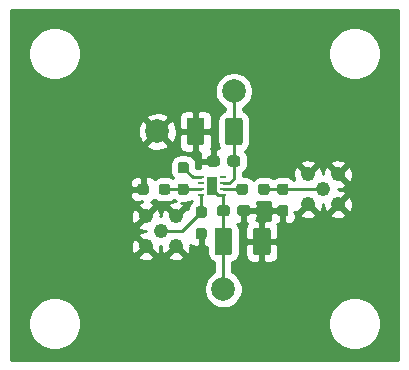
<source format=gbr>
G04 #@! TF.GenerationSoftware,KiCad,Pcbnew,(5.1.9-0-10_14)*
G04 #@! TF.CreationDate,2021-04-04T17:46:36+02:00*
G04 #@! TF.ProjectId,wson8,77736f6e-382e-46b6-9963-61645f706362,rev?*
G04 #@! TF.SameCoordinates,Original*
G04 #@! TF.FileFunction,Copper,L1,Top*
G04 #@! TF.FilePolarity,Positive*
%FSLAX46Y46*%
G04 Gerber Fmt 4.6, Leading zero omitted, Abs format (unit mm)*
G04 Created by KiCad (PCBNEW (5.1.9-0-10_14)) date 2021-04-04 17:46:36*
%MOMM*%
%LPD*%
G01*
G04 APERTURE LIST*
G04 #@! TA.AperFunction,ComponentPad*
%ADD10C,1.240000*%
G04 #@! TD*
G04 #@! TA.AperFunction,ComponentPad*
%ADD11C,2.000000*%
G04 #@! TD*
G04 #@! TA.AperFunction,SMDPad,CuDef*
%ADD12R,0.500000X0.250000*%
G04 #@! TD*
G04 #@! TA.AperFunction,SMDPad,CuDef*
%ADD13R,0.900000X1.600000*%
G04 #@! TD*
G04 #@! TA.AperFunction,Conductor*
%ADD14C,0.250000*%
G04 #@! TD*
G04 #@! TA.AperFunction,Conductor*
%ADD15C,0.254000*%
G04 #@! TD*
G04 #@! TA.AperFunction,Conductor*
%ADD16C,0.100000*%
G04 #@! TD*
G04 APERTURE END LIST*
G04 #@! TA.AperFunction,SMDPad,CuDef*
G36*
G01*
X114316500Y-106798300D02*
X114791500Y-106798300D01*
G75*
G02*
X115029000Y-107035800I0J-237500D01*
G01*
X115029000Y-107535800D01*
G75*
G02*
X114791500Y-107773300I-237500J0D01*
G01*
X114316500Y-107773300D01*
G75*
G02*
X114079000Y-107535800I0J237500D01*
G01*
X114079000Y-107035800D01*
G75*
G02*
X114316500Y-106798300I237500J0D01*
G01*
G37*
G04 #@! TD.AperFunction*
G04 #@! TA.AperFunction,SMDPad,CuDef*
G36*
G01*
X114316500Y-104973300D02*
X114791500Y-104973300D01*
G75*
G02*
X115029000Y-105210800I0J-237500D01*
G01*
X115029000Y-105710800D01*
G75*
G02*
X114791500Y-105948300I-237500J0D01*
G01*
X114316500Y-105948300D01*
G75*
G02*
X114079000Y-105710800I0J237500D01*
G01*
X114079000Y-105210800D01*
G75*
G02*
X114316500Y-104973300I237500J0D01*
G01*
G37*
G04 #@! TD.AperFunction*
G04 #@! TA.AperFunction,SMDPad,CuDef*
G36*
G01*
X111612500Y-105223300D02*
X111612500Y-105698300D01*
G75*
G02*
X111375000Y-105935800I-237500J0D01*
G01*
X110875000Y-105935800D01*
G75*
G02*
X110637500Y-105698300I0J237500D01*
G01*
X110637500Y-105223300D01*
G75*
G02*
X110875000Y-104985800I237500J0D01*
G01*
X111375000Y-104985800D01*
G75*
G02*
X111612500Y-105223300I0J-237500D01*
G01*
G37*
G04 #@! TD.AperFunction*
G04 #@! TA.AperFunction,SMDPad,CuDef*
G36*
G01*
X113437500Y-105223300D02*
X113437500Y-105698300D01*
G75*
G02*
X113200000Y-105935800I-237500J0D01*
G01*
X112700000Y-105935800D01*
G75*
G02*
X112462500Y-105698300I0J237500D01*
G01*
X112462500Y-105223300D01*
G75*
G02*
X112700000Y-104985800I237500J0D01*
G01*
X113200000Y-104985800D01*
G75*
G02*
X113437500Y-105223300I0J-237500D01*
G01*
G37*
G04 #@! TD.AperFunction*
G04 #@! TA.AperFunction,SMDPad,CuDef*
G36*
G01*
X105883700Y-104973300D02*
X106358700Y-104973300D01*
G75*
G02*
X106596200Y-105210800I0J-237500D01*
G01*
X106596200Y-105710800D01*
G75*
G02*
X106358700Y-105948300I-237500J0D01*
G01*
X105883700Y-105948300D01*
G75*
G02*
X105646200Y-105710800I0J237500D01*
G01*
X105646200Y-105210800D01*
G75*
G02*
X105883700Y-104973300I237500J0D01*
G01*
G37*
G04 #@! TD.AperFunction*
G04 #@! TA.AperFunction,SMDPad,CuDef*
G36*
G01*
X105883700Y-103148300D02*
X106358700Y-103148300D01*
G75*
G02*
X106596200Y-103385800I0J-237500D01*
G01*
X106596200Y-103885800D01*
G75*
G02*
X106358700Y-104123300I-237500J0D01*
G01*
X105883700Y-104123300D01*
G75*
G02*
X105646200Y-103885800I0J237500D01*
G01*
X105646200Y-103385800D01*
G75*
G02*
X105883700Y-103148300I237500J0D01*
G01*
G37*
G04 #@! TD.AperFunction*
G04 #@! TA.AperFunction,SMDPad,CuDef*
G36*
G01*
X103208900Y-105223300D02*
X103208900Y-105698300D01*
G75*
G02*
X102971400Y-105935800I-237500J0D01*
G01*
X102471400Y-105935800D01*
G75*
G02*
X102233900Y-105698300I0J237500D01*
G01*
X102233900Y-105223300D01*
G75*
G02*
X102471400Y-104985800I237500J0D01*
G01*
X102971400Y-104985800D01*
G75*
G02*
X103208900Y-105223300I0J-237500D01*
G01*
G37*
G04 #@! TD.AperFunction*
G04 #@! TA.AperFunction,SMDPad,CuDef*
G36*
G01*
X105033900Y-105223300D02*
X105033900Y-105698300D01*
G75*
G02*
X104796400Y-105935800I-237500J0D01*
G01*
X104296400Y-105935800D01*
G75*
G02*
X104058900Y-105698300I0J237500D01*
G01*
X104058900Y-105223300D01*
G75*
G02*
X104296400Y-104985800I237500J0D01*
G01*
X104796400Y-104985800D01*
G75*
G02*
X105033900Y-105223300I0J-237500D01*
G01*
G37*
G04 #@! TD.AperFunction*
G04 #@! TA.AperFunction,SMDPad,CuDef*
G36*
G01*
X107407700Y-108728700D02*
X107882700Y-108728700D01*
G75*
G02*
X108120200Y-108966200I0J-237500D01*
G01*
X108120200Y-109466200D01*
G75*
G02*
X107882700Y-109703700I-237500J0D01*
G01*
X107407700Y-109703700D01*
G75*
G02*
X107170200Y-109466200I0J237500D01*
G01*
X107170200Y-108966200D01*
G75*
G02*
X107407700Y-108728700I237500J0D01*
G01*
G37*
G04 #@! TD.AperFunction*
G04 #@! TA.AperFunction,SMDPad,CuDef*
G36*
G01*
X107407700Y-106903700D02*
X107882700Y-106903700D01*
G75*
G02*
X108120200Y-107141200I0J-237500D01*
G01*
X108120200Y-107641200D01*
G75*
G02*
X107882700Y-107878700I-237500J0D01*
G01*
X107407700Y-107878700D01*
G75*
G02*
X107170200Y-107641200I0J237500D01*
G01*
X107170200Y-107141200D01*
G75*
G02*
X107407700Y-106903700I237500J0D01*
G01*
G37*
G04 #@! TD.AperFunction*
D10*
X116687600Y-106730800D03*
X119227600Y-104190800D03*
X119227600Y-106730800D03*
X116687600Y-104190800D03*
X117957600Y-105460800D03*
X102946200Y-110286800D03*
X105486200Y-107746800D03*
X105486200Y-110286800D03*
X102946200Y-107746800D03*
X104216200Y-109016800D03*
D11*
X109524800Y-113919000D03*
X103936800Y-100558600D03*
X110413800Y-97155000D03*
G04 #@! TA.AperFunction,SMDPad,CuDef*
G36*
G01*
X110276000Y-108955400D02*
X110276000Y-110805400D01*
G75*
G02*
X110026000Y-111055400I-250000J0D01*
G01*
X109026000Y-111055400D01*
G75*
G02*
X108776000Y-110805400I0J250000D01*
G01*
X108776000Y-108955400D01*
G75*
G02*
X109026000Y-108705400I250000J0D01*
G01*
X110026000Y-108705400D01*
G75*
G02*
X110276000Y-108955400I0J-250000D01*
G01*
G37*
G04 #@! TD.AperFunction*
G04 #@! TA.AperFunction,SMDPad,CuDef*
G36*
G01*
X113526000Y-108955400D02*
X113526000Y-110805400D01*
G75*
G02*
X113276000Y-111055400I-250000J0D01*
G01*
X112276000Y-111055400D01*
G75*
G02*
X112026000Y-110805400I0J250000D01*
G01*
X112026000Y-108955400D01*
G75*
G02*
X112276000Y-108705400I250000J0D01*
G01*
X113276000Y-108705400D01*
G75*
G02*
X113526000Y-108955400I0J-250000D01*
G01*
G37*
G04 #@! TD.AperFunction*
G04 #@! TA.AperFunction,SMDPad,CuDef*
G36*
G01*
X110062300Y-107026700D02*
X110062300Y-107501700D01*
G75*
G02*
X109824800Y-107739200I-237500J0D01*
G01*
X109224800Y-107739200D01*
G75*
G02*
X108987300Y-107501700I0J237500D01*
G01*
X108987300Y-107026700D01*
G75*
G02*
X109224800Y-106789200I237500J0D01*
G01*
X109824800Y-106789200D01*
G75*
G02*
X110062300Y-107026700I0J-237500D01*
G01*
G37*
G04 #@! TD.AperFunction*
G04 #@! TA.AperFunction,SMDPad,CuDef*
G36*
G01*
X111787300Y-107026700D02*
X111787300Y-107501700D01*
G75*
G02*
X111549800Y-107739200I-237500J0D01*
G01*
X110949800Y-107739200D01*
G75*
G02*
X110712300Y-107501700I0J237500D01*
G01*
X110712300Y-107026700D01*
G75*
G02*
X110949800Y-106789200I237500J0D01*
G01*
X111549800Y-106789200D01*
G75*
G02*
X111787300Y-107026700I0J-237500D01*
G01*
G37*
G04 #@! TD.AperFunction*
G04 #@! TA.AperFunction,SMDPad,CuDef*
G36*
G01*
X109224100Y-102835700D02*
X109224100Y-103310700D01*
G75*
G02*
X108986600Y-103548200I-237500J0D01*
G01*
X108386600Y-103548200D01*
G75*
G02*
X108149100Y-103310700I0J237500D01*
G01*
X108149100Y-102835700D01*
G75*
G02*
X108386600Y-102598200I237500J0D01*
G01*
X108986600Y-102598200D01*
G75*
G02*
X109224100Y-102835700I0J-237500D01*
G01*
G37*
G04 #@! TD.AperFunction*
G04 #@! TA.AperFunction,SMDPad,CuDef*
G36*
G01*
X110949100Y-102835700D02*
X110949100Y-103310700D01*
G75*
G02*
X110711600Y-103548200I-237500J0D01*
G01*
X110111600Y-103548200D01*
G75*
G02*
X109874100Y-103310700I0J237500D01*
G01*
X109874100Y-102835700D01*
G75*
G02*
X110111600Y-102598200I237500J0D01*
G01*
X110711600Y-102598200D01*
G75*
G02*
X110949100Y-102835700I0J-237500D01*
G01*
G37*
G04 #@! TD.AperFunction*
G04 #@! TA.AperFunction,SMDPad,CuDef*
G36*
G01*
X107913800Y-99633600D02*
X107913800Y-101483600D01*
G75*
G02*
X107663800Y-101733600I-250000J0D01*
G01*
X106663800Y-101733600D01*
G75*
G02*
X106413800Y-101483600I0J250000D01*
G01*
X106413800Y-99633600D01*
G75*
G02*
X106663800Y-99383600I250000J0D01*
G01*
X107663800Y-99383600D01*
G75*
G02*
X107913800Y-99633600I0J-250000D01*
G01*
G37*
G04 #@! TD.AperFunction*
G04 #@! TA.AperFunction,SMDPad,CuDef*
G36*
G01*
X111163800Y-99633600D02*
X111163800Y-101483600D01*
G75*
G02*
X110913800Y-101733600I-250000J0D01*
G01*
X109913800Y-101733600D01*
G75*
G02*
X109663800Y-101483600I0J250000D01*
G01*
X109663800Y-99633600D01*
G75*
G02*
X109913800Y-99383600I250000J0D01*
G01*
X110913800Y-99383600D01*
G75*
G02*
X111163800Y-99633600I0J-250000D01*
G01*
G37*
G04 #@! TD.AperFunction*
D12*
X109535000Y-105456800D03*
X109535000Y-105956800D03*
X107635000Y-105956800D03*
X107635000Y-104956800D03*
X107635000Y-104456800D03*
D13*
X108585000Y-105206800D03*
D12*
X109535000Y-104456800D03*
X109535000Y-104956800D03*
X107635000Y-105456800D03*
D14*
X110035000Y-104956800D02*
X110411600Y-104580200D01*
X110411600Y-104580200D02*
X110411600Y-103073200D01*
X109535000Y-104956800D02*
X110035000Y-104956800D01*
X110411600Y-100560800D02*
X110413800Y-100558600D01*
X110411600Y-103073200D02*
X110411600Y-100560800D01*
X110413800Y-100558600D02*
X110413800Y-97155000D01*
X109535000Y-107254000D02*
X109524800Y-107264200D01*
X109535000Y-105956800D02*
X109535000Y-107254000D01*
X108585000Y-105466802D02*
X108585000Y-105206800D01*
X109074998Y-105956800D02*
X108585000Y-105466802D01*
X109535000Y-105956800D02*
X109074998Y-105956800D01*
X109524800Y-109879200D02*
X109526000Y-109880400D01*
X109524800Y-107264200D02*
X109524800Y-109879200D01*
X109526000Y-113917800D02*
X109524800Y-113919000D01*
X109526000Y-109880400D02*
X109526000Y-113917800D01*
X106019600Y-109016800D02*
X107645200Y-107391200D01*
X104216200Y-109016800D02*
X106019600Y-109016800D01*
X107645200Y-105967000D02*
X107635000Y-105956800D01*
X107645200Y-107391200D02*
X107645200Y-105967000D01*
X112950000Y-105460800D02*
X114554000Y-105460800D01*
X114554000Y-105460800D02*
X117957600Y-105460800D01*
X106125200Y-105456800D02*
X106121200Y-105460800D01*
X107635000Y-105456800D02*
X106125200Y-105456800D01*
X106121200Y-105460800D02*
X104546400Y-105460800D01*
X106942200Y-104456800D02*
X106121200Y-103635800D01*
X107635000Y-104456800D02*
X106942200Y-104456800D01*
X111121000Y-105456800D02*
X111125000Y-105460800D01*
X109535000Y-105456800D02*
X111121000Y-105456800D01*
D15*
X124333000Y-119888000D02*
X91567000Y-119888000D01*
X91567000Y-116619872D01*
X93015000Y-116619872D01*
X93015000Y-117060128D01*
X93100890Y-117491925D01*
X93269369Y-117898669D01*
X93513962Y-118264729D01*
X93825271Y-118576038D01*
X94191331Y-118820631D01*
X94598075Y-118989110D01*
X95029872Y-119075000D01*
X95470128Y-119075000D01*
X95901925Y-118989110D01*
X96308669Y-118820631D01*
X96674729Y-118576038D01*
X96986038Y-118264729D01*
X97230631Y-117898669D01*
X97399110Y-117491925D01*
X97485000Y-117060128D01*
X97485000Y-116619872D01*
X118415000Y-116619872D01*
X118415000Y-117060128D01*
X118500890Y-117491925D01*
X118669369Y-117898669D01*
X118913962Y-118264729D01*
X119225271Y-118576038D01*
X119591331Y-118820631D01*
X119998075Y-118989110D01*
X120429872Y-119075000D01*
X120870128Y-119075000D01*
X121301925Y-118989110D01*
X121708669Y-118820631D01*
X122074729Y-118576038D01*
X122386038Y-118264729D01*
X122630631Y-117898669D01*
X122799110Y-117491925D01*
X122885000Y-117060128D01*
X122885000Y-116619872D01*
X122799110Y-116188075D01*
X122630631Y-115781331D01*
X122386038Y-115415271D01*
X122074729Y-115103962D01*
X121708669Y-114859369D01*
X121301925Y-114690890D01*
X120870128Y-114605000D01*
X120429872Y-114605000D01*
X119998075Y-114690890D01*
X119591331Y-114859369D01*
X119225271Y-115103962D01*
X118913962Y-115415271D01*
X118669369Y-115781331D01*
X118500890Y-116188075D01*
X118415000Y-116619872D01*
X97485000Y-116619872D01*
X97399110Y-116188075D01*
X97230631Y-115781331D01*
X96986038Y-115415271D01*
X96674729Y-115103962D01*
X96308669Y-114859369D01*
X95901925Y-114690890D01*
X95470128Y-114605000D01*
X95029872Y-114605000D01*
X94598075Y-114690890D01*
X94191331Y-114859369D01*
X93825271Y-115103962D01*
X93513962Y-115415271D01*
X93269369Y-115781331D01*
X93100890Y-116188075D01*
X93015000Y-116619872D01*
X91567000Y-116619872D01*
X91567000Y-111150872D01*
X102261733Y-111150872D01*
X102311474Y-111376491D01*
X102536258Y-111479382D01*
X102776796Y-111536442D01*
X103023845Y-111545480D01*
X103267909Y-111506147D01*
X103499610Y-111419956D01*
X103580926Y-111376491D01*
X103630667Y-111150872D01*
X104801733Y-111150872D01*
X104851474Y-111376491D01*
X105076258Y-111479382D01*
X105316796Y-111536442D01*
X105563845Y-111545480D01*
X105807909Y-111506147D01*
X106039610Y-111419956D01*
X106120926Y-111376491D01*
X106170667Y-111150872D01*
X105486200Y-110466405D01*
X104801733Y-111150872D01*
X103630667Y-111150872D01*
X102946200Y-110466405D01*
X102261733Y-111150872D01*
X91567000Y-111150872D01*
X91567000Y-110364445D01*
X101687520Y-110364445D01*
X101726853Y-110608509D01*
X101813044Y-110840210D01*
X101856509Y-110921526D01*
X102082128Y-110971267D01*
X102766595Y-110286800D01*
X102082128Y-109602333D01*
X101856509Y-109652074D01*
X101753618Y-109876858D01*
X101696558Y-110117396D01*
X101687520Y-110364445D01*
X91567000Y-110364445D01*
X91567000Y-107824445D01*
X101687520Y-107824445D01*
X101726853Y-108068509D01*
X101813044Y-108300210D01*
X101856509Y-108381526D01*
X102082128Y-108431267D01*
X102766595Y-107746800D01*
X102082128Y-107062333D01*
X101856509Y-107112074D01*
X101753618Y-107336858D01*
X101696558Y-107577396D01*
X101687520Y-107824445D01*
X91567000Y-107824445D01*
X91567000Y-105935800D01*
X101595828Y-105935800D01*
X101608088Y-106060282D01*
X101644398Y-106179980D01*
X101703363Y-106290294D01*
X101782715Y-106386985D01*
X101879406Y-106466337D01*
X101989720Y-106525302D01*
X102109418Y-106561612D01*
X102233900Y-106573872D01*
X102435650Y-106570800D01*
X102594398Y-106412052D01*
X102594398Y-106538647D01*
X102392790Y-106613644D01*
X102311474Y-106657109D01*
X102261733Y-106882728D01*
X102946200Y-107567195D01*
X103630667Y-106882728D01*
X103580926Y-106657109D01*
X103356786Y-106554513D01*
X103453080Y-106525302D01*
X103563394Y-106466337D01*
X103660085Y-106386985D01*
X103701117Y-106336988D01*
X103809958Y-106426312D01*
X103961333Y-106507223D01*
X104125584Y-106557048D01*
X104296400Y-106573872D01*
X104796400Y-106573872D01*
X104967216Y-106557048D01*
X105131467Y-106507223D01*
X105282842Y-106426312D01*
X105332434Y-106385612D01*
X105397258Y-106438812D01*
X105495455Y-106491299D01*
X105408555Y-106488120D01*
X105164491Y-106527453D01*
X104932790Y-106613644D01*
X104851474Y-106657109D01*
X104801733Y-106882728D01*
X105486200Y-107567195D01*
X106170667Y-106882728D01*
X106120926Y-106657109D01*
X105966388Y-106586372D01*
X106358700Y-106586372D01*
X106529516Y-106569548D01*
X106693767Y-106519723D01*
X106845142Y-106438812D01*
X106852556Y-106432727D01*
X106854463Y-106436294D01*
X106870014Y-106455243D01*
X106788577Y-106522077D01*
X106679688Y-106654758D01*
X106598777Y-106806133D01*
X106548952Y-106970384D01*
X106535866Y-107103250D01*
X106350272Y-107062333D01*
X105665805Y-107746800D01*
X105679948Y-107760943D01*
X105500343Y-107940548D01*
X105486200Y-107926405D01*
X105472058Y-107940548D01*
X105292453Y-107760943D01*
X105306595Y-107746800D01*
X104622128Y-107062333D01*
X104396509Y-107112074D01*
X104293618Y-107336858D01*
X104236558Y-107577396D01*
X104229812Y-107761800D01*
X104201491Y-107761800D01*
X104204880Y-107669155D01*
X104165547Y-107425091D01*
X104079356Y-107193390D01*
X104035891Y-107112074D01*
X103810272Y-107062333D01*
X103125805Y-107746800D01*
X103139948Y-107760943D01*
X102960343Y-107940548D01*
X102946200Y-107926405D01*
X102261733Y-108610872D01*
X102311474Y-108836491D01*
X102536258Y-108939382D01*
X102776796Y-108996442D01*
X102961200Y-109003188D01*
X102961200Y-109031509D01*
X102868555Y-109028120D01*
X102624491Y-109067453D01*
X102392790Y-109153644D01*
X102311474Y-109197109D01*
X102261733Y-109422728D01*
X102946200Y-110107195D01*
X102960343Y-110093053D01*
X103139948Y-110272658D01*
X103125805Y-110286800D01*
X103810272Y-110971267D01*
X104035891Y-110921526D01*
X104138782Y-110696742D01*
X104195842Y-110456204D01*
X104202588Y-110271800D01*
X104230909Y-110271800D01*
X104227520Y-110364445D01*
X104266853Y-110608509D01*
X104353044Y-110840210D01*
X104396509Y-110921526D01*
X104622128Y-110971267D01*
X105306595Y-110286800D01*
X105292453Y-110272658D01*
X105472058Y-110093053D01*
X105486200Y-110107195D01*
X105500343Y-110093053D01*
X105679948Y-110272658D01*
X105665805Y-110286800D01*
X106350272Y-110971267D01*
X106575891Y-110921526D01*
X106678782Y-110696742D01*
X106735842Y-110456204D01*
X106744880Y-110209155D01*
X106738743Y-110171075D01*
X106815706Y-110234237D01*
X106926020Y-110293202D01*
X107045718Y-110329512D01*
X107170200Y-110341772D01*
X107359450Y-110338700D01*
X107518200Y-110179950D01*
X107518200Y-109343200D01*
X107498200Y-109343200D01*
X107498200Y-109089200D01*
X107518200Y-109089200D01*
X107518200Y-109069200D01*
X107772200Y-109069200D01*
X107772200Y-109089200D01*
X107792200Y-109089200D01*
X107792200Y-109343200D01*
X107772200Y-109343200D01*
X107772200Y-110179950D01*
X107930950Y-110338700D01*
X108120200Y-110341772D01*
X108137928Y-110340026D01*
X108137928Y-110805400D01*
X108154992Y-110978654D01*
X108205528Y-111145250D01*
X108287595Y-111298786D01*
X108398038Y-111433362D01*
X108532614Y-111543805D01*
X108686150Y-111625872D01*
X108766000Y-111650094D01*
X108766001Y-112463594D01*
X108750337Y-112470082D01*
X108482548Y-112649013D01*
X108254813Y-112876748D01*
X108075882Y-113144537D01*
X107952632Y-113442088D01*
X107889800Y-113757967D01*
X107889800Y-114080033D01*
X107952632Y-114395912D01*
X108075882Y-114693463D01*
X108254813Y-114961252D01*
X108482548Y-115188987D01*
X108750337Y-115367918D01*
X109047888Y-115491168D01*
X109363767Y-115554000D01*
X109685833Y-115554000D01*
X110001712Y-115491168D01*
X110299263Y-115367918D01*
X110567052Y-115188987D01*
X110794787Y-114961252D01*
X110973718Y-114693463D01*
X111096968Y-114395912D01*
X111159800Y-114080033D01*
X111159800Y-113757967D01*
X111096968Y-113442088D01*
X110973718Y-113144537D01*
X110794787Y-112876748D01*
X110567052Y-112649013D01*
X110299263Y-112470082D01*
X110286000Y-112464588D01*
X110286000Y-111650094D01*
X110365850Y-111625872D01*
X110519386Y-111543805D01*
X110653962Y-111433362D01*
X110764405Y-111298786D01*
X110846472Y-111145250D01*
X110873727Y-111055400D01*
X111387928Y-111055400D01*
X111400188Y-111179882D01*
X111436498Y-111299580D01*
X111495463Y-111409894D01*
X111574815Y-111506585D01*
X111671506Y-111585937D01*
X111781820Y-111644902D01*
X111901518Y-111681212D01*
X112026000Y-111693472D01*
X112490250Y-111690400D01*
X112649000Y-111531650D01*
X112649000Y-110007400D01*
X112903000Y-110007400D01*
X112903000Y-111531650D01*
X113061750Y-111690400D01*
X113526000Y-111693472D01*
X113650482Y-111681212D01*
X113770180Y-111644902D01*
X113880494Y-111585937D01*
X113977185Y-111506585D01*
X114056537Y-111409894D01*
X114115502Y-111299580D01*
X114151812Y-111179882D01*
X114164072Y-111055400D01*
X114161000Y-110166150D01*
X114002250Y-110007400D01*
X112903000Y-110007400D01*
X112649000Y-110007400D01*
X111549750Y-110007400D01*
X111391000Y-110166150D01*
X111387928Y-111055400D01*
X110873727Y-111055400D01*
X110897008Y-110978654D01*
X110914072Y-110805400D01*
X110914072Y-108955400D01*
X110897008Y-108782146D01*
X110846472Y-108615550D01*
X110764405Y-108462014D01*
X110693326Y-108375403D01*
X110712300Y-108377272D01*
X110964050Y-108374200D01*
X111122800Y-108215450D01*
X111122800Y-107391200D01*
X111376800Y-107391200D01*
X111376800Y-108215450D01*
X111503033Y-108341683D01*
X111495463Y-108350906D01*
X111436498Y-108461220D01*
X111400188Y-108580918D01*
X111387928Y-108705400D01*
X111391000Y-109594650D01*
X111549750Y-109753400D01*
X112649000Y-109753400D01*
X112649000Y-108229150D01*
X112903000Y-108229150D01*
X112903000Y-109753400D01*
X114002250Y-109753400D01*
X114161000Y-109594650D01*
X114164072Y-108705400D01*
X114151812Y-108580918D01*
X114115502Y-108461220D01*
X114088772Y-108411213D01*
X114268250Y-108408300D01*
X114427000Y-108249550D01*
X114427000Y-107412800D01*
X113602750Y-107412800D01*
X113444000Y-107571550D01*
X113440928Y-107773300D01*
X113453188Y-107897782D01*
X113489498Y-108017480D01*
X113516177Y-108067393D01*
X113061750Y-108070400D01*
X112903000Y-108229150D01*
X112649000Y-108229150D01*
X112490250Y-108070400D01*
X112330852Y-108069345D01*
X112376802Y-107983380D01*
X112413112Y-107863682D01*
X112425372Y-107739200D01*
X112422300Y-107549950D01*
X112263550Y-107391200D01*
X111376800Y-107391200D01*
X111122800Y-107391200D01*
X111102800Y-107391200D01*
X111102800Y-107137200D01*
X111122800Y-107137200D01*
X111122800Y-107117200D01*
X111376800Y-107117200D01*
X111376800Y-107137200D01*
X112263550Y-107137200D01*
X112422300Y-106978450D01*
X112425372Y-106789200D01*
X112413112Y-106664718D01*
X112376802Y-106545020D01*
X112353265Y-106500986D01*
X112364933Y-106507223D01*
X112529184Y-106557048D01*
X112700000Y-106573872D01*
X113200000Y-106573872D01*
X113370816Y-106557048D01*
X113510598Y-106514646D01*
X113489498Y-106554120D01*
X113453188Y-106673818D01*
X113440928Y-106798300D01*
X113444000Y-107000050D01*
X113602750Y-107158800D01*
X114427000Y-107158800D01*
X114427000Y-107138800D01*
X114681000Y-107138800D01*
X114681000Y-107158800D01*
X114701000Y-107158800D01*
X114701000Y-107412800D01*
X114681000Y-107412800D01*
X114681000Y-108249550D01*
X114839750Y-108408300D01*
X115029000Y-108411372D01*
X115153482Y-108399112D01*
X115273180Y-108362802D01*
X115383494Y-108303837D01*
X115480185Y-108224485D01*
X115559537Y-108127794D01*
X115618502Y-108017480D01*
X115654812Y-107897782D01*
X115667072Y-107773300D01*
X115664356Y-107594872D01*
X116003133Y-107594872D01*
X116052874Y-107820491D01*
X116277658Y-107923382D01*
X116518196Y-107980442D01*
X116765245Y-107989480D01*
X117009309Y-107950147D01*
X117241010Y-107863956D01*
X117322326Y-107820491D01*
X117372067Y-107594872D01*
X118543133Y-107594872D01*
X118592874Y-107820491D01*
X118817658Y-107923382D01*
X119058196Y-107980442D01*
X119305245Y-107989480D01*
X119549309Y-107950147D01*
X119781010Y-107863956D01*
X119862326Y-107820491D01*
X119912067Y-107594872D01*
X119227600Y-106910405D01*
X118543133Y-107594872D01*
X117372067Y-107594872D01*
X116687600Y-106910405D01*
X116003133Y-107594872D01*
X115664356Y-107594872D01*
X115664000Y-107571550D01*
X115505252Y-107412802D01*
X115664000Y-107412802D01*
X115664000Y-107380097D01*
X115823528Y-107415267D01*
X116507995Y-106730800D01*
X116493853Y-106716658D01*
X116673458Y-106537053D01*
X116687600Y-106551195D01*
X116701743Y-106537053D01*
X116881348Y-106716658D01*
X116867205Y-106730800D01*
X117551672Y-107415267D01*
X117777291Y-107365526D01*
X117880182Y-107140742D01*
X117937242Y-106900204D01*
X117943988Y-106715800D01*
X117972309Y-106715800D01*
X117968920Y-106808445D01*
X118008253Y-107052509D01*
X118094444Y-107284210D01*
X118137909Y-107365526D01*
X118363528Y-107415267D01*
X119047995Y-106730800D01*
X119407205Y-106730800D01*
X120091672Y-107415267D01*
X120317291Y-107365526D01*
X120420182Y-107140742D01*
X120477242Y-106900204D01*
X120486280Y-106653155D01*
X120446947Y-106409091D01*
X120360756Y-106177390D01*
X120317291Y-106096074D01*
X120091672Y-106046333D01*
X119407205Y-106730800D01*
X119047995Y-106730800D01*
X119033853Y-106716658D01*
X119213458Y-106537053D01*
X119227600Y-106551195D01*
X119912067Y-105866728D01*
X119862326Y-105641109D01*
X119637542Y-105538218D01*
X119397004Y-105481158D01*
X119212600Y-105474412D01*
X119212600Y-105446091D01*
X119305245Y-105449480D01*
X119549309Y-105410147D01*
X119781010Y-105323956D01*
X119862326Y-105280491D01*
X119912067Y-105054872D01*
X119227600Y-104370405D01*
X119213458Y-104384548D01*
X119033853Y-104204943D01*
X119047995Y-104190800D01*
X119407205Y-104190800D01*
X120091672Y-104875267D01*
X120317291Y-104825526D01*
X120420182Y-104600742D01*
X120477242Y-104360204D01*
X120486280Y-104113155D01*
X120446947Y-103869091D01*
X120360756Y-103637390D01*
X120317291Y-103556074D01*
X120091672Y-103506333D01*
X119407205Y-104190800D01*
X119047995Y-104190800D01*
X118363528Y-103506333D01*
X118137909Y-103556074D01*
X118035018Y-103780858D01*
X117977958Y-104021396D01*
X117971212Y-104205800D01*
X117942891Y-104205800D01*
X117946280Y-104113155D01*
X117906947Y-103869091D01*
X117820756Y-103637390D01*
X117777291Y-103556074D01*
X117551672Y-103506333D01*
X116867205Y-104190800D01*
X116881348Y-104204943D01*
X116701743Y-104384548D01*
X116687600Y-104370405D01*
X116673458Y-104384548D01*
X116493853Y-104204943D01*
X116507995Y-104190800D01*
X115823528Y-103506333D01*
X115597909Y-103556074D01*
X115495018Y-103780858D01*
X115437958Y-104021396D01*
X115428920Y-104268445D01*
X115468253Y-104512509D01*
X115538296Y-104700800D01*
X115500178Y-104700800D01*
X115410623Y-104591677D01*
X115277942Y-104482788D01*
X115126567Y-104401877D01*
X114962316Y-104352052D01*
X114791500Y-104335228D01*
X114316500Y-104335228D01*
X114145684Y-104352052D01*
X113981433Y-104401877D01*
X113830058Y-104482788D01*
X113750634Y-104547970D01*
X113686442Y-104495288D01*
X113535067Y-104414377D01*
X113370816Y-104364552D01*
X113200000Y-104347728D01*
X112700000Y-104347728D01*
X112529184Y-104364552D01*
X112364933Y-104414377D01*
X112213558Y-104495288D01*
X112080877Y-104604177D01*
X112037500Y-104657032D01*
X111994123Y-104604177D01*
X111861442Y-104495288D01*
X111710067Y-104414377D01*
X111545816Y-104364552D01*
X111375000Y-104347728D01*
X111171600Y-104347728D01*
X111171600Y-104052845D01*
X111198042Y-104038712D01*
X111330723Y-103929823D01*
X111439612Y-103797142D01*
X111520523Y-103645767D01*
X111570348Y-103481516D01*
X111585593Y-103326728D01*
X116003133Y-103326728D01*
X116687600Y-104011195D01*
X117372067Y-103326728D01*
X118543133Y-103326728D01*
X119227600Y-104011195D01*
X119912067Y-103326728D01*
X119862326Y-103101109D01*
X119637542Y-102998218D01*
X119397004Y-102941158D01*
X119149955Y-102932120D01*
X118905891Y-102971453D01*
X118674190Y-103057644D01*
X118592874Y-103101109D01*
X118543133Y-103326728D01*
X117372067Y-103326728D01*
X117322326Y-103101109D01*
X117097542Y-102998218D01*
X116857004Y-102941158D01*
X116609955Y-102932120D01*
X116365891Y-102971453D01*
X116134190Y-103057644D01*
X116052874Y-103101109D01*
X116003133Y-103326728D01*
X111585593Y-103326728D01*
X111587172Y-103310700D01*
X111587172Y-102835700D01*
X111570348Y-102664884D01*
X111520523Y-102500633D01*
X111439612Y-102349258D01*
X111357134Y-102248759D01*
X111407186Y-102222005D01*
X111541762Y-102111562D01*
X111652205Y-101976986D01*
X111734272Y-101823450D01*
X111784808Y-101656854D01*
X111801872Y-101483600D01*
X111801872Y-99633600D01*
X111784808Y-99460346D01*
X111734272Y-99293750D01*
X111652205Y-99140214D01*
X111541762Y-99005638D01*
X111407186Y-98895195D01*
X111253650Y-98813128D01*
X111173800Y-98788906D01*
X111173800Y-98609909D01*
X111188263Y-98603918D01*
X111456052Y-98424987D01*
X111683787Y-98197252D01*
X111862718Y-97929463D01*
X111985968Y-97631912D01*
X112048800Y-97316033D01*
X112048800Y-96993967D01*
X111985968Y-96678088D01*
X111862718Y-96380537D01*
X111683787Y-96112748D01*
X111456052Y-95885013D01*
X111188263Y-95706082D01*
X110890712Y-95582832D01*
X110574833Y-95520000D01*
X110252767Y-95520000D01*
X109936888Y-95582832D01*
X109639337Y-95706082D01*
X109371548Y-95885013D01*
X109143813Y-96112748D01*
X108964882Y-96380537D01*
X108841632Y-96678088D01*
X108778800Y-96993967D01*
X108778800Y-97316033D01*
X108841632Y-97631912D01*
X108964882Y-97929463D01*
X109143813Y-98197252D01*
X109371548Y-98424987D01*
X109639337Y-98603918D01*
X109653801Y-98609909D01*
X109653801Y-98788906D01*
X109573950Y-98813128D01*
X109420414Y-98895195D01*
X109285838Y-99005638D01*
X109175395Y-99140214D01*
X109093328Y-99293750D01*
X109042792Y-99460346D01*
X109025728Y-99633600D01*
X109025728Y-101483600D01*
X109042792Y-101656854D01*
X109093328Y-101823450D01*
X109166758Y-101960828D01*
X108972350Y-101963200D01*
X108813600Y-102121950D01*
X108813600Y-102946200D01*
X108833600Y-102946200D01*
X108833600Y-103200200D01*
X108813600Y-103200200D01*
X108813600Y-103220200D01*
X108559600Y-103220200D01*
X108559600Y-103200200D01*
X107672850Y-103200200D01*
X107514100Y-103358950D01*
X107511028Y-103548200D01*
X107523288Y-103672682D01*
X107529672Y-103693728D01*
X107385000Y-103693728D01*
X107353808Y-103696800D01*
X107257002Y-103696800D01*
X107234272Y-103674070D01*
X107234272Y-103385800D01*
X107217448Y-103214984D01*
X107167623Y-103050733D01*
X107086712Y-102899358D01*
X106977823Y-102766677D01*
X106845142Y-102657788D01*
X106693767Y-102576877D01*
X106529516Y-102527052D01*
X106358700Y-102510228D01*
X105883700Y-102510228D01*
X105712884Y-102527052D01*
X105548633Y-102576877D01*
X105397258Y-102657788D01*
X105264577Y-102766677D01*
X105155688Y-102899358D01*
X105074777Y-103050733D01*
X105024952Y-103214984D01*
X105008128Y-103385800D01*
X105008128Y-103885800D01*
X105024952Y-104056616D01*
X105074777Y-104220867D01*
X105155688Y-104372242D01*
X105236217Y-104470367D01*
X105131467Y-104414377D01*
X104967216Y-104364552D01*
X104796400Y-104347728D01*
X104296400Y-104347728D01*
X104125584Y-104364552D01*
X103961333Y-104414377D01*
X103809958Y-104495288D01*
X103701117Y-104584612D01*
X103660085Y-104534615D01*
X103563394Y-104455263D01*
X103453080Y-104396298D01*
X103333382Y-104359988D01*
X103208900Y-104347728D01*
X103007150Y-104350800D01*
X102848400Y-104509550D01*
X102848400Y-105333800D01*
X102868400Y-105333800D01*
X102868400Y-105587800D01*
X102848400Y-105587800D01*
X102848400Y-105607800D01*
X102594400Y-105607800D01*
X102594400Y-105587800D01*
X101757650Y-105587800D01*
X101598900Y-105746550D01*
X101595828Y-105935800D01*
X91567000Y-105935800D01*
X91567000Y-104985800D01*
X101595828Y-104985800D01*
X101598900Y-105175050D01*
X101757650Y-105333800D01*
X102594400Y-105333800D01*
X102594400Y-104509550D01*
X102435650Y-104350800D01*
X102233900Y-104347728D01*
X102109418Y-104359988D01*
X101989720Y-104396298D01*
X101879406Y-104455263D01*
X101782715Y-104534615D01*
X101703363Y-104631306D01*
X101644398Y-104741620D01*
X101608088Y-104861318D01*
X101595828Y-104985800D01*
X91567000Y-104985800D01*
X91567000Y-101694013D01*
X102980992Y-101694013D01*
X103076756Y-101958414D01*
X103366371Y-102099304D01*
X103677908Y-102180984D01*
X103999395Y-102200318D01*
X104318475Y-102156561D01*
X104622888Y-102051395D01*
X104796844Y-101958414D01*
X104878269Y-101733600D01*
X105775728Y-101733600D01*
X105787988Y-101858082D01*
X105824298Y-101977780D01*
X105883263Y-102088094D01*
X105962615Y-102184785D01*
X106059306Y-102264137D01*
X106169620Y-102323102D01*
X106289318Y-102359412D01*
X106413800Y-102371672D01*
X106878050Y-102368600D01*
X107036800Y-102209850D01*
X107036800Y-100685600D01*
X107290800Y-100685600D01*
X107290800Y-102209850D01*
X107449550Y-102368600D01*
X107554964Y-102369298D01*
X107523288Y-102473718D01*
X107511028Y-102598200D01*
X107514100Y-102787450D01*
X107672850Y-102946200D01*
X108559600Y-102946200D01*
X108559600Y-102121950D01*
X108472694Y-102035044D01*
X108503302Y-101977780D01*
X108539612Y-101858082D01*
X108551872Y-101733600D01*
X108548800Y-100844350D01*
X108390050Y-100685600D01*
X107290800Y-100685600D01*
X107036800Y-100685600D01*
X105937550Y-100685600D01*
X105778800Y-100844350D01*
X105775728Y-101733600D01*
X104878269Y-101733600D01*
X104892608Y-101694013D01*
X103936800Y-100738205D01*
X102980992Y-101694013D01*
X91567000Y-101694013D01*
X91567000Y-100621195D01*
X102295082Y-100621195D01*
X102338839Y-100940275D01*
X102444005Y-101244688D01*
X102536986Y-101418644D01*
X102801387Y-101514408D01*
X103757195Y-100558600D01*
X104116405Y-100558600D01*
X105072213Y-101514408D01*
X105336614Y-101418644D01*
X105477504Y-101129029D01*
X105559184Y-100817492D01*
X105578518Y-100496005D01*
X105534761Y-100176925D01*
X105429595Y-99872512D01*
X105336614Y-99698556D01*
X105072213Y-99602792D01*
X104116405Y-100558600D01*
X103757195Y-100558600D01*
X102801387Y-99602792D01*
X102536986Y-99698556D01*
X102396096Y-99988171D01*
X102314416Y-100299708D01*
X102295082Y-100621195D01*
X91567000Y-100621195D01*
X91567000Y-99423187D01*
X102980992Y-99423187D01*
X103936800Y-100378995D01*
X104892608Y-99423187D01*
X104878270Y-99383600D01*
X105775728Y-99383600D01*
X105778800Y-100272850D01*
X105937550Y-100431600D01*
X107036800Y-100431600D01*
X107036800Y-98907350D01*
X107290800Y-98907350D01*
X107290800Y-100431600D01*
X108390050Y-100431600D01*
X108548800Y-100272850D01*
X108551872Y-99383600D01*
X108539612Y-99259118D01*
X108503302Y-99139420D01*
X108444337Y-99029106D01*
X108364985Y-98932415D01*
X108268294Y-98853063D01*
X108157980Y-98794098D01*
X108038282Y-98757788D01*
X107913800Y-98745528D01*
X107449550Y-98748600D01*
X107290800Y-98907350D01*
X107036800Y-98907350D01*
X106878050Y-98748600D01*
X106413800Y-98745528D01*
X106289318Y-98757788D01*
X106169620Y-98794098D01*
X106059306Y-98853063D01*
X105962615Y-98932415D01*
X105883263Y-99029106D01*
X105824298Y-99139420D01*
X105787988Y-99259118D01*
X105775728Y-99383600D01*
X104878270Y-99383600D01*
X104796844Y-99158786D01*
X104507229Y-99017896D01*
X104195692Y-98936216D01*
X103874205Y-98916882D01*
X103555125Y-98960639D01*
X103250712Y-99065805D01*
X103076756Y-99158786D01*
X102980992Y-99423187D01*
X91567000Y-99423187D01*
X91567000Y-93759872D01*
X93015000Y-93759872D01*
X93015000Y-94200128D01*
X93100890Y-94631925D01*
X93269369Y-95038669D01*
X93513962Y-95404729D01*
X93825271Y-95716038D01*
X94191331Y-95960631D01*
X94598075Y-96129110D01*
X95029872Y-96215000D01*
X95470128Y-96215000D01*
X95901925Y-96129110D01*
X96308669Y-95960631D01*
X96674729Y-95716038D01*
X96986038Y-95404729D01*
X97230631Y-95038669D01*
X97399110Y-94631925D01*
X97485000Y-94200128D01*
X97485000Y-93759872D01*
X118415000Y-93759872D01*
X118415000Y-94200128D01*
X118500890Y-94631925D01*
X118669369Y-95038669D01*
X118913962Y-95404729D01*
X119225271Y-95716038D01*
X119591331Y-95960631D01*
X119998075Y-96129110D01*
X120429872Y-96215000D01*
X120870128Y-96215000D01*
X121301925Y-96129110D01*
X121708669Y-95960631D01*
X122074729Y-95716038D01*
X122386038Y-95404729D01*
X122630631Y-95038669D01*
X122799110Y-94631925D01*
X122885000Y-94200128D01*
X122885000Y-93759872D01*
X122799110Y-93328075D01*
X122630631Y-92921331D01*
X122386038Y-92555271D01*
X122074729Y-92243962D01*
X121708669Y-91999369D01*
X121301925Y-91830890D01*
X120870128Y-91745000D01*
X120429872Y-91745000D01*
X119998075Y-91830890D01*
X119591331Y-91999369D01*
X119225271Y-92243962D01*
X118913962Y-92555271D01*
X118669369Y-92921331D01*
X118500890Y-93328075D01*
X118415000Y-93759872D01*
X97485000Y-93759872D01*
X97399110Y-93328075D01*
X97230631Y-92921331D01*
X96986038Y-92555271D01*
X96674729Y-92243962D01*
X96308669Y-91999369D01*
X95901925Y-91830890D01*
X95470128Y-91745000D01*
X95029872Y-91745000D01*
X94598075Y-91830890D01*
X94191331Y-91999369D01*
X93825271Y-92243962D01*
X93513962Y-92555271D01*
X93269369Y-92921331D01*
X93100890Y-93328075D01*
X93015000Y-93759872D01*
X91567000Y-93759872D01*
X91567000Y-90297000D01*
X124333000Y-90297000D01*
X124333000Y-119888000D01*
G04 #@! TA.AperFunction,Conductor*
D16*
G36*
X124333000Y-119888000D02*
G01*
X91567000Y-119888000D01*
X91567000Y-116619872D01*
X93015000Y-116619872D01*
X93015000Y-117060128D01*
X93100890Y-117491925D01*
X93269369Y-117898669D01*
X93513962Y-118264729D01*
X93825271Y-118576038D01*
X94191331Y-118820631D01*
X94598075Y-118989110D01*
X95029872Y-119075000D01*
X95470128Y-119075000D01*
X95901925Y-118989110D01*
X96308669Y-118820631D01*
X96674729Y-118576038D01*
X96986038Y-118264729D01*
X97230631Y-117898669D01*
X97399110Y-117491925D01*
X97485000Y-117060128D01*
X97485000Y-116619872D01*
X118415000Y-116619872D01*
X118415000Y-117060128D01*
X118500890Y-117491925D01*
X118669369Y-117898669D01*
X118913962Y-118264729D01*
X119225271Y-118576038D01*
X119591331Y-118820631D01*
X119998075Y-118989110D01*
X120429872Y-119075000D01*
X120870128Y-119075000D01*
X121301925Y-118989110D01*
X121708669Y-118820631D01*
X122074729Y-118576038D01*
X122386038Y-118264729D01*
X122630631Y-117898669D01*
X122799110Y-117491925D01*
X122885000Y-117060128D01*
X122885000Y-116619872D01*
X122799110Y-116188075D01*
X122630631Y-115781331D01*
X122386038Y-115415271D01*
X122074729Y-115103962D01*
X121708669Y-114859369D01*
X121301925Y-114690890D01*
X120870128Y-114605000D01*
X120429872Y-114605000D01*
X119998075Y-114690890D01*
X119591331Y-114859369D01*
X119225271Y-115103962D01*
X118913962Y-115415271D01*
X118669369Y-115781331D01*
X118500890Y-116188075D01*
X118415000Y-116619872D01*
X97485000Y-116619872D01*
X97399110Y-116188075D01*
X97230631Y-115781331D01*
X96986038Y-115415271D01*
X96674729Y-115103962D01*
X96308669Y-114859369D01*
X95901925Y-114690890D01*
X95470128Y-114605000D01*
X95029872Y-114605000D01*
X94598075Y-114690890D01*
X94191331Y-114859369D01*
X93825271Y-115103962D01*
X93513962Y-115415271D01*
X93269369Y-115781331D01*
X93100890Y-116188075D01*
X93015000Y-116619872D01*
X91567000Y-116619872D01*
X91567000Y-111150872D01*
X102261733Y-111150872D01*
X102311474Y-111376491D01*
X102536258Y-111479382D01*
X102776796Y-111536442D01*
X103023845Y-111545480D01*
X103267909Y-111506147D01*
X103499610Y-111419956D01*
X103580926Y-111376491D01*
X103630667Y-111150872D01*
X104801733Y-111150872D01*
X104851474Y-111376491D01*
X105076258Y-111479382D01*
X105316796Y-111536442D01*
X105563845Y-111545480D01*
X105807909Y-111506147D01*
X106039610Y-111419956D01*
X106120926Y-111376491D01*
X106170667Y-111150872D01*
X105486200Y-110466405D01*
X104801733Y-111150872D01*
X103630667Y-111150872D01*
X102946200Y-110466405D01*
X102261733Y-111150872D01*
X91567000Y-111150872D01*
X91567000Y-110364445D01*
X101687520Y-110364445D01*
X101726853Y-110608509D01*
X101813044Y-110840210D01*
X101856509Y-110921526D01*
X102082128Y-110971267D01*
X102766595Y-110286800D01*
X102082128Y-109602333D01*
X101856509Y-109652074D01*
X101753618Y-109876858D01*
X101696558Y-110117396D01*
X101687520Y-110364445D01*
X91567000Y-110364445D01*
X91567000Y-107824445D01*
X101687520Y-107824445D01*
X101726853Y-108068509D01*
X101813044Y-108300210D01*
X101856509Y-108381526D01*
X102082128Y-108431267D01*
X102766595Y-107746800D01*
X102082128Y-107062333D01*
X101856509Y-107112074D01*
X101753618Y-107336858D01*
X101696558Y-107577396D01*
X101687520Y-107824445D01*
X91567000Y-107824445D01*
X91567000Y-105935800D01*
X101595828Y-105935800D01*
X101608088Y-106060282D01*
X101644398Y-106179980D01*
X101703363Y-106290294D01*
X101782715Y-106386985D01*
X101879406Y-106466337D01*
X101989720Y-106525302D01*
X102109418Y-106561612D01*
X102233900Y-106573872D01*
X102435650Y-106570800D01*
X102594398Y-106412052D01*
X102594398Y-106538647D01*
X102392790Y-106613644D01*
X102311474Y-106657109D01*
X102261733Y-106882728D01*
X102946200Y-107567195D01*
X103630667Y-106882728D01*
X103580926Y-106657109D01*
X103356786Y-106554513D01*
X103453080Y-106525302D01*
X103563394Y-106466337D01*
X103660085Y-106386985D01*
X103701117Y-106336988D01*
X103809958Y-106426312D01*
X103961333Y-106507223D01*
X104125584Y-106557048D01*
X104296400Y-106573872D01*
X104796400Y-106573872D01*
X104967216Y-106557048D01*
X105131467Y-106507223D01*
X105282842Y-106426312D01*
X105332434Y-106385612D01*
X105397258Y-106438812D01*
X105495455Y-106491299D01*
X105408555Y-106488120D01*
X105164491Y-106527453D01*
X104932790Y-106613644D01*
X104851474Y-106657109D01*
X104801733Y-106882728D01*
X105486200Y-107567195D01*
X106170667Y-106882728D01*
X106120926Y-106657109D01*
X105966388Y-106586372D01*
X106358700Y-106586372D01*
X106529516Y-106569548D01*
X106693767Y-106519723D01*
X106845142Y-106438812D01*
X106852556Y-106432727D01*
X106854463Y-106436294D01*
X106870014Y-106455243D01*
X106788577Y-106522077D01*
X106679688Y-106654758D01*
X106598777Y-106806133D01*
X106548952Y-106970384D01*
X106535866Y-107103250D01*
X106350272Y-107062333D01*
X105665805Y-107746800D01*
X105679948Y-107760943D01*
X105500343Y-107940548D01*
X105486200Y-107926405D01*
X105472058Y-107940548D01*
X105292453Y-107760943D01*
X105306595Y-107746800D01*
X104622128Y-107062333D01*
X104396509Y-107112074D01*
X104293618Y-107336858D01*
X104236558Y-107577396D01*
X104229812Y-107761800D01*
X104201491Y-107761800D01*
X104204880Y-107669155D01*
X104165547Y-107425091D01*
X104079356Y-107193390D01*
X104035891Y-107112074D01*
X103810272Y-107062333D01*
X103125805Y-107746800D01*
X103139948Y-107760943D01*
X102960343Y-107940548D01*
X102946200Y-107926405D01*
X102261733Y-108610872D01*
X102311474Y-108836491D01*
X102536258Y-108939382D01*
X102776796Y-108996442D01*
X102961200Y-109003188D01*
X102961200Y-109031509D01*
X102868555Y-109028120D01*
X102624491Y-109067453D01*
X102392790Y-109153644D01*
X102311474Y-109197109D01*
X102261733Y-109422728D01*
X102946200Y-110107195D01*
X102960343Y-110093053D01*
X103139948Y-110272658D01*
X103125805Y-110286800D01*
X103810272Y-110971267D01*
X104035891Y-110921526D01*
X104138782Y-110696742D01*
X104195842Y-110456204D01*
X104202588Y-110271800D01*
X104230909Y-110271800D01*
X104227520Y-110364445D01*
X104266853Y-110608509D01*
X104353044Y-110840210D01*
X104396509Y-110921526D01*
X104622128Y-110971267D01*
X105306595Y-110286800D01*
X105292453Y-110272658D01*
X105472058Y-110093053D01*
X105486200Y-110107195D01*
X105500343Y-110093053D01*
X105679948Y-110272658D01*
X105665805Y-110286800D01*
X106350272Y-110971267D01*
X106575891Y-110921526D01*
X106678782Y-110696742D01*
X106735842Y-110456204D01*
X106744880Y-110209155D01*
X106738743Y-110171075D01*
X106815706Y-110234237D01*
X106926020Y-110293202D01*
X107045718Y-110329512D01*
X107170200Y-110341772D01*
X107359450Y-110338700D01*
X107518200Y-110179950D01*
X107518200Y-109343200D01*
X107498200Y-109343200D01*
X107498200Y-109089200D01*
X107518200Y-109089200D01*
X107518200Y-109069200D01*
X107772200Y-109069200D01*
X107772200Y-109089200D01*
X107792200Y-109089200D01*
X107792200Y-109343200D01*
X107772200Y-109343200D01*
X107772200Y-110179950D01*
X107930950Y-110338700D01*
X108120200Y-110341772D01*
X108137928Y-110340026D01*
X108137928Y-110805400D01*
X108154992Y-110978654D01*
X108205528Y-111145250D01*
X108287595Y-111298786D01*
X108398038Y-111433362D01*
X108532614Y-111543805D01*
X108686150Y-111625872D01*
X108766000Y-111650094D01*
X108766001Y-112463594D01*
X108750337Y-112470082D01*
X108482548Y-112649013D01*
X108254813Y-112876748D01*
X108075882Y-113144537D01*
X107952632Y-113442088D01*
X107889800Y-113757967D01*
X107889800Y-114080033D01*
X107952632Y-114395912D01*
X108075882Y-114693463D01*
X108254813Y-114961252D01*
X108482548Y-115188987D01*
X108750337Y-115367918D01*
X109047888Y-115491168D01*
X109363767Y-115554000D01*
X109685833Y-115554000D01*
X110001712Y-115491168D01*
X110299263Y-115367918D01*
X110567052Y-115188987D01*
X110794787Y-114961252D01*
X110973718Y-114693463D01*
X111096968Y-114395912D01*
X111159800Y-114080033D01*
X111159800Y-113757967D01*
X111096968Y-113442088D01*
X110973718Y-113144537D01*
X110794787Y-112876748D01*
X110567052Y-112649013D01*
X110299263Y-112470082D01*
X110286000Y-112464588D01*
X110286000Y-111650094D01*
X110365850Y-111625872D01*
X110519386Y-111543805D01*
X110653962Y-111433362D01*
X110764405Y-111298786D01*
X110846472Y-111145250D01*
X110873727Y-111055400D01*
X111387928Y-111055400D01*
X111400188Y-111179882D01*
X111436498Y-111299580D01*
X111495463Y-111409894D01*
X111574815Y-111506585D01*
X111671506Y-111585937D01*
X111781820Y-111644902D01*
X111901518Y-111681212D01*
X112026000Y-111693472D01*
X112490250Y-111690400D01*
X112649000Y-111531650D01*
X112649000Y-110007400D01*
X112903000Y-110007400D01*
X112903000Y-111531650D01*
X113061750Y-111690400D01*
X113526000Y-111693472D01*
X113650482Y-111681212D01*
X113770180Y-111644902D01*
X113880494Y-111585937D01*
X113977185Y-111506585D01*
X114056537Y-111409894D01*
X114115502Y-111299580D01*
X114151812Y-111179882D01*
X114164072Y-111055400D01*
X114161000Y-110166150D01*
X114002250Y-110007400D01*
X112903000Y-110007400D01*
X112649000Y-110007400D01*
X111549750Y-110007400D01*
X111391000Y-110166150D01*
X111387928Y-111055400D01*
X110873727Y-111055400D01*
X110897008Y-110978654D01*
X110914072Y-110805400D01*
X110914072Y-108955400D01*
X110897008Y-108782146D01*
X110846472Y-108615550D01*
X110764405Y-108462014D01*
X110693326Y-108375403D01*
X110712300Y-108377272D01*
X110964050Y-108374200D01*
X111122800Y-108215450D01*
X111122800Y-107391200D01*
X111376800Y-107391200D01*
X111376800Y-108215450D01*
X111503033Y-108341683D01*
X111495463Y-108350906D01*
X111436498Y-108461220D01*
X111400188Y-108580918D01*
X111387928Y-108705400D01*
X111391000Y-109594650D01*
X111549750Y-109753400D01*
X112649000Y-109753400D01*
X112649000Y-108229150D01*
X112903000Y-108229150D01*
X112903000Y-109753400D01*
X114002250Y-109753400D01*
X114161000Y-109594650D01*
X114164072Y-108705400D01*
X114151812Y-108580918D01*
X114115502Y-108461220D01*
X114088772Y-108411213D01*
X114268250Y-108408300D01*
X114427000Y-108249550D01*
X114427000Y-107412800D01*
X113602750Y-107412800D01*
X113444000Y-107571550D01*
X113440928Y-107773300D01*
X113453188Y-107897782D01*
X113489498Y-108017480D01*
X113516177Y-108067393D01*
X113061750Y-108070400D01*
X112903000Y-108229150D01*
X112649000Y-108229150D01*
X112490250Y-108070400D01*
X112330852Y-108069345D01*
X112376802Y-107983380D01*
X112413112Y-107863682D01*
X112425372Y-107739200D01*
X112422300Y-107549950D01*
X112263550Y-107391200D01*
X111376800Y-107391200D01*
X111122800Y-107391200D01*
X111102800Y-107391200D01*
X111102800Y-107137200D01*
X111122800Y-107137200D01*
X111122800Y-107117200D01*
X111376800Y-107117200D01*
X111376800Y-107137200D01*
X112263550Y-107137200D01*
X112422300Y-106978450D01*
X112425372Y-106789200D01*
X112413112Y-106664718D01*
X112376802Y-106545020D01*
X112353265Y-106500986D01*
X112364933Y-106507223D01*
X112529184Y-106557048D01*
X112700000Y-106573872D01*
X113200000Y-106573872D01*
X113370816Y-106557048D01*
X113510598Y-106514646D01*
X113489498Y-106554120D01*
X113453188Y-106673818D01*
X113440928Y-106798300D01*
X113444000Y-107000050D01*
X113602750Y-107158800D01*
X114427000Y-107158800D01*
X114427000Y-107138800D01*
X114681000Y-107138800D01*
X114681000Y-107158800D01*
X114701000Y-107158800D01*
X114701000Y-107412800D01*
X114681000Y-107412800D01*
X114681000Y-108249550D01*
X114839750Y-108408300D01*
X115029000Y-108411372D01*
X115153482Y-108399112D01*
X115273180Y-108362802D01*
X115383494Y-108303837D01*
X115480185Y-108224485D01*
X115559537Y-108127794D01*
X115618502Y-108017480D01*
X115654812Y-107897782D01*
X115667072Y-107773300D01*
X115664356Y-107594872D01*
X116003133Y-107594872D01*
X116052874Y-107820491D01*
X116277658Y-107923382D01*
X116518196Y-107980442D01*
X116765245Y-107989480D01*
X117009309Y-107950147D01*
X117241010Y-107863956D01*
X117322326Y-107820491D01*
X117372067Y-107594872D01*
X118543133Y-107594872D01*
X118592874Y-107820491D01*
X118817658Y-107923382D01*
X119058196Y-107980442D01*
X119305245Y-107989480D01*
X119549309Y-107950147D01*
X119781010Y-107863956D01*
X119862326Y-107820491D01*
X119912067Y-107594872D01*
X119227600Y-106910405D01*
X118543133Y-107594872D01*
X117372067Y-107594872D01*
X116687600Y-106910405D01*
X116003133Y-107594872D01*
X115664356Y-107594872D01*
X115664000Y-107571550D01*
X115505252Y-107412802D01*
X115664000Y-107412802D01*
X115664000Y-107380097D01*
X115823528Y-107415267D01*
X116507995Y-106730800D01*
X116493853Y-106716658D01*
X116673458Y-106537053D01*
X116687600Y-106551195D01*
X116701743Y-106537053D01*
X116881348Y-106716658D01*
X116867205Y-106730800D01*
X117551672Y-107415267D01*
X117777291Y-107365526D01*
X117880182Y-107140742D01*
X117937242Y-106900204D01*
X117943988Y-106715800D01*
X117972309Y-106715800D01*
X117968920Y-106808445D01*
X118008253Y-107052509D01*
X118094444Y-107284210D01*
X118137909Y-107365526D01*
X118363528Y-107415267D01*
X119047995Y-106730800D01*
X119407205Y-106730800D01*
X120091672Y-107415267D01*
X120317291Y-107365526D01*
X120420182Y-107140742D01*
X120477242Y-106900204D01*
X120486280Y-106653155D01*
X120446947Y-106409091D01*
X120360756Y-106177390D01*
X120317291Y-106096074D01*
X120091672Y-106046333D01*
X119407205Y-106730800D01*
X119047995Y-106730800D01*
X119033853Y-106716658D01*
X119213458Y-106537053D01*
X119227600Y-106551195D01*
X119912067Y-105866728D01*
X119862326Y-105641109D01*
X119637542Y-105538218D01*
X119397004Y-105481158D01*
X119212600Y-105474412D01*
X119212600Y-105446091D01*
X119305245Y-105449480D01*
X119549309Y-105410147D01*
X119781010Y-105323956D01*
X119862326Y-105280491D01*
X119912067Y-105054872D01*
X119227600Y-104370405D01*
X119213458Y-104384548D01*
X119033853Y-104204943D01*
X119047995Y-104190800D01*
X119407205Y-104190800D01*
X120091672Y-104875267D01*
X120317291Y-104825526D01*
X120420182Y-104600742D01*
X120477242Y-104360204D01*
X120486280Y-104113155D01*
X120446947Y-103869091D01*
X120360756Y-103637390D01*
X120317291Y-103556074D01*
X120091672Y-103506333D01*
X119407205Y-104190800D01*
X119047995Y-104190800D01*
X118363528Y-103506333D01*
X118137909Y-103556074D01*
X118035018Y-103780858D01*
X117977958Y-104021396D01*
X117971212Y-104205800D01*
X117942891Y-104205800D01*
X117946280Y-104113155D01*
X117906947Y-103869091D01*
X117820756Y-103637390D01*
X117777291Y-103556074D01*
X117551672Y-103506333D01*
X116867205Y-104190800D01*
X116881348Y-104204943D01*
X116701743Y-104384548D01*
X116687600Y-104370405D01*
X116673458Y-104384548D01*
X116493853Y-104204943D01*
X116507995Y-104190800D01*
X115823528Y-103506333D01*
X115597909Y-103556074D01*
X115495018Y-103780858D01*
X115437958Y-104021396D01*
X115428920Y-104268445D01*
X115468253Y-104512509D01*
X115538296Y-104700800D01*
X115500178Y-104700800D01*
X115410623Y-104591677D01*
X115277942Y-104482788D01*
X115126567Y-104401877D01*
X114962316Y-104352052D01*
X114791500Y-104335228D01*
X114316500Y-104335228D01*
X114145684Y-104352052D01*
X113981433Y-104401877D01*
X113830058Y-104482788D01*
X113750634Y-104547970D01*
X113686442Y-104495288D01*
X113535067Y-104414377D01*
X113370816Y-104364552D01*
X113200000Y-104347728D01*
X112700000Y-104347728D01*
X112529184Y-104364552D01*
X112364933Y-104414377D01*
X112213558Y-104495288D01*
X112080877Y-104604177D01*
X112037500Y-104657032D01*
X111994123Y-104604177D01*
X111861442Y-104495288D01*
X111710067Y-104414377D01*
X111545816Y-104364552D01*
X111375000Y-104347728D01*
X111171600Y-104347728D01*
X111171600Y-104052845D01*
X111198042Y-104038712D01*
X111330723Y-103929823D01*
X111439612Y-103797142D01*
X111520523Y-103645767D01*
X111570348Y-103481516D01*
X111585593Y-103326728D01*
X116003133Y-103326728D01*
X116687600Y-104011195D01*
X117372067Y-103326728D01*
X118543133Y-103326728D01*
X119227600Y-104011195D01*
X119912067Y-103326728D01*
X119862326Y-103101109D01*
X119637542Y-102998218D01*
X119397004Y-102941158D01*
X119149955Y-102932120D01*
X118905891Y-102971453D01*
X118674190Y-103057644D01*
X118592874Y-103101109D01*
X118543133Y-103326728D01*
X117372067Y-103326728D01*
X117322326Y-103101109D01*
X117097542Y-102998218D01*
X116857004Y-102941158D01*
X116609955Y-102932120D01*
X116365891Y-102971453D01*
X116134190Y-103057644D01*
X116052874Y-103101109D01*
X116003133Y-103326728D01*
X111585593Y-103326728D01*
X111587172Y-103310700D01*
X111587172Y-102835700D01*
X111570348Y-102664884D01*
X111520523Y-102500633D01*
X111439612Y-102349258D01*
X111357134Y-102248759D01*
X111407186Y-102222005D01*
X111541762Y-102111562D01*
X111652205Y-101976986D01*
X111734272Y-101823450D01*
X111784808Y-101656854D01*
X111801872Y-101483600D01*
X111801872Y-99633600D01*
X111784808Y-99460346D01*
X111734272Y-99293750D01*
X111652205Y-99140214D01*
X111541762Y-99005638D01*
X111407186Y-98895195D01*
X111253650Y-98813128D01*
X111173800Y-98788906D01*
X111173800Y-98609909D01*
X111188263Y-98603918D01*
X111456052Y-98424987D01*
X111683787Y-98197252D01*
X111862718Y-97929463D01*
X111985968Y-97631912D01*
X112048800Y-97316033D01*
X112048800Y-96993967D01*
X111985968Y-96678088D01*
X111862718Y-96380537D01*
X111683787Y-96112748D01*
X111456052Y-95885013D01*
X111188263Y-95706082D01*
X110890712Y-95582832D01*
X110574833Y-95520000D01*
X110252767Y-95520000D01*
X109936888Y-95582832D01*
X109639337Y-95706082D01*
X109371548Y-95885013D01*
X109143813Y-96112748D01*
X108964882Y-96380537D01*
X108841632Y-96678088D01*
X108778800Y-96993967D01*
X108778800Y-97316033D01*
X108841632Y-97631912D01*
X108964882Y-97929463D01*
X109143813Y-98197252D01*
X109371548Y-98424987D01*
X109639337Y-98603918D01*
X109653801Y-98609909D01*
X109653801Y-98788906D01*
X109573950Y-98813128D01*
X109420414Y-98895195D01*
X109285838Y-99005638D01*
X109175395Y-99140214D01*
X109093328Y-99293750D01*
X109042792Y-99460346D01*
X109025728Y-99633600D01*
X109025728Y-101483600D01*
X109042792Y-101656854D01*
X109093328Y-101823450D01*
X109166758Y-101960828D01*
X108972350Y-101963200D01*
X108813600Y-102121950D01*
X108813600Y-102946200D01*
X108833600Y-102946200D01*
X108833600Y-103200200D01*
X108813600Y-103200200D01*
X108813600Y-103220200D01*
X108559600Y-103220200D01*
X108559600Y-103200200D01*
X107672850Y-103200200D01*
X107514100Y-103358950D01*
X107511028Y-103548200D01*
X107523288Y-103672682D01*
X107529672Y-103693728D01*
X107385000Y-103693728D01*
X107353808Y-103696800D01*
X107257002Y-103696800D01*
X107234272Y-103674070D01*
X107234272Y-103385800D01*
X107217448Y-103214984D01*
X107167623Y-103050733D01*
X107086712Y-102899358D01*
X106977823Y-102766677D01*
X106845142Y-102657788D01*
X106693767Y-102576877D01*
X106529516Y-102527052D01*
X106358700Y-102510228D01*
X105883700Y-102510228D01*
X105712884Y-102527052D01*
X105548633Y-102576877D01*
X105397258Y-102657788D01*
X105264577Y-102766677D01*
X105155688Y-102899358D01*
X105074777Y-103050733D01*
X105024952Y-103214984D01*
X105008128Y-103385800D01*
X105008128Y-103885800D01*
X105024952Y-104056616D01*
X105074777Y-104220867D01*
X105155688Y-104372242D01*
X105236217Y-104470367D01*
X105131467Y-104414377D01*
X104967216Y-104364552D01*
X104796400Y-104347728D01*
X104296400Y-104347728D01*
X104125584Y-104364552D01*
X103961333Y-104414377D01*
X103809958Y-104495288D01*
X103701117Y-104584612D01*
X103660085Y-104534615D01*
X103563394Y-104455263D01*
X103453080Y-104396298D01*
X103333382Y-104359988D01*
X103208900Y-104347728D01*
X103007150Y-104350800D01*
X102848400Y-104509550D01*
X102848400Y-105333800D01*
X102868400Y-105333800D01*
X102868400Y-105587800D01*
X102848400Y-105587800D01*
X102848400Y-105607800D01*
X102594400Y-105607800D01*
X102594400Y-105587800D01*
X101757650Y-105587800D01*
X101598900Y-105746550D01*
X101595828Y-105935800D01*
X91567000Y-105935800D01*
X91567000Y-104985800D01*
X101595828Y-104985800D01*
X101598900Y-105175050D01*
X101757650Y-105333800D01*
X102594400Y-105333800D01*
X102594400Y-104509550D01*
X102435650Y-104350800D01*
X102233900Y-104347728D01*
X102109418Y-104359988D01*
X101989720Y-104396298D01*
X101879406Y-104455263D01*
X101782715Y-104534615D01*
X101703363Y-104631306D01*
X101644398Y-104741620D01*
X101608088Y-104861318D01*
X101595828Y-104985800D01*
X91567000Y-104985800D01*
X91567000Y-101694013D01*
X102980992Y-101694013D01*
X103076756Y-101958414D01*
X103366371Y-102099304D01*
X103677908Y-102180984D01*
X103999395Y-102200318D01*
X104318475Y-102156561D01*
X104622888Y-102051395D01*
X104796844Y-101958414D01*
X104878269Y-101733600D01*
X105775728Y-101733600D01*
X105787988Y-101858082D01*
X105824298Y-101977780D01*
X105883263Y-102088094D01*
X105962615Y-102184785D01*
X106059306Y-102264137D01*
X106169620Y-102323102D01*
X106289318Y-102359412D01*
X106413800Y-102371672D01*
X106878050Y-102368600D01*
X107036800Y-102209850D01*
X107036800Y-100685600D01*
X107290800Y-100685600D01*
X107290800Y-102209850D01*
X107449550Y-102368600D01*
X107554964Y-102369298D01*
X107523288Y-102473718D01*
X107511028Y-102598200D01*
X107514100Y-102787450D01*
X107672850Y-102946200D01*
X108559600Y-102946200D01*
X108559600Y-102121950D01*
X108472694Y-102035044D01*
X108503302Y-101977780D01*
X108539612Y-101858082D01*
X108551872Y-101733600D01*
X108548800Y-100844350D01*
X108390050Y-100685600D01*
X107290800Y-100685600D01*
X107036800Y-100685600D01*
X105937550Y-100685600D01*
X105778800Y-100844350D01*
X105775728Y-101733600D01*
X104878269Y-101733600D01*
X104892608Y-101694013D01*
X103936800Y-100738205D01*
X102980992Y-101694013D01*
X91567000Y-101694013D01*
X91567000Y-100621195D01*
X102295082Y-100621195D01*
X102338839Y-100940275D01*
X102444005Y-101244688D01*
X102536986Y-101418644D01*
X102801387Y-101514408D01*
X103757195Y-100558600D01*
X104116405Y-100558600D01*
X105072213Y-101514408D01*
X105336614Y-101418644D01*
X105477504Y-101129029D01*
X105559184Y-100817492D01*
X105578518Y-100496005D01*
X105534761Y-100176925D01*
X105429595Y-99872512D01*
X105336614Y-99698556D01*
X105072213Y-99602792D01*
X104116405Y-100558600D01*
X103757195Y-100558600D01*
X102801387Y-99602792D01*
X102536986Y-99698556D01*
X102396096Y-99988171D01*
X102314416Y-100299708D01*
X102295082Y-100621195D01*
X91567000Y-100621195D01*
X91567000Y-99423187D01*
X102980992Y-99423187D01*
X103936800Y-100378995D01*
X104892608Y-99423187D01*
X104878270Y-99383600D01*
X105775728Y-99383600D01*
X105778800Y-100272850D01*
X105937550Y-100431600D01*
X107036800Y-100431600D01*
X107036800Y-98907350D01*
X107290800Y-98907350D01*
X107290800Y-100431600D01*
X108390050Y-100431600D01*
X108548800Y-100272850D01*
X108551872Y-99383600D01*
X108539612Y-99259118D01*
X108503302Y-99139420D01*
X108444337Y-99029106D01*
X108364985Y-98932415D01*
X108268294Y-98853063D01*
X108157980Y-98794098D01*
X108038282Y-98757788D01*
X107913800Y-98745528D01*
X107449550Y-98748600D01*
X107290800Y-98907350D01*
X107036800Y-98907350D01*
X106878050Y-98748600D01*
X106413800Y-98745528D01*
X106289318Y-98757788D01*
X106169620Y-98794098D01*
X106059306Y-98853063D01*
X105962615Y-98932415D01*
X105883263Y-99029106D01*
X105824298Y-99139420D01*
X105787988Y-99259118D01*
X105775728Y-99383600D01*
X104878270Y-99383600D01*
X104796844Y-99158786D01*
X104507229Y-99017896D01*
X104195692Y-98936216D01*
X103874205Y-98916882D01*
X103555125Y-98960639D01*
X103250712Y-99065805D01*
X103076756Y-99158786D01*
X102980992Y-99423187D01*
X91567000Y-99423187D01*
X91567000Y-93759872D01*
X93015000Y-93759872D01*
X93015000Y-94200128D01*
X93100890Y-94631925D01*
X93269369Y-95038669D01*
X93513962Y-95404729D01*
X93825271Y-95716038D01*
X94191331Y-95960631D01*
X94598075Y-96129110D01*
X95029872Y-96215000D01*
X95470128Y-96215000D01*
X95901925Y-96129110D01*
X96308669Y-95960631D01*
X96674729Y-95716038D01*
X96986038Y-95404729D01*
X97230631Y-95038669D01*
X97399110Y-94631925D01*
X97485000Y-94200128D01*
X97485000Y-93759872D01*
X118415000Y-93759872D01*
X118415000Y-94200128D01*
X118500890Y-94631925D01*
X118669369Y-95038669D01*
X118913962Y-95404729D01*
X119225271Y-95716038D01*
X119591331Y-95960631D01*
X119998075Y-96129110D01*
X120429872Y-96215000D01*
X120870128Y-96215000D01*
X121301925Y-96129110D01*
X121708669Y-95960631D01*
X122074729Y-95716038D01*
X122386038Y-95404729D01*
X122630631Y-95038669D01*
X122799110Y-94631925D01*
X122885000Y-94200128D01*
X122885000Y-93759872D01*
X122799110Y-93328075D01*
X122630631Y-92921331D01*
X122386038Y-92555271D01*
X122074729Y-92243962D01*
X121708669Y-91999369D01*
X121301925Y-91830890D01*
X120870128Y-91745000D01*
X120429872Y-91745000D01*
X119998075Y-91830890D01*
X119591331Y-91999369D01*
X119225271Y-92243962D01*
X118913962Y-92555271D01*
X118669369Y-92921331D01*
X118500890Y-93328075D01*
X118415000Y-93759872D01*
X97485000Y-93759872D01*
X97399110Y-93328075D01*
X97230631Y-92921331D01*
X96986038Y-92555271D01*
X96674729Y-92243962D01*
X96308669Y-91999369D01*
X95901925Y-91830890D01*
X95470128Y-91745000D01*
X95029872Y-91745000D01*
X94598075Y-91830890D01*
X94191331Y-91999369D01*
X93825271Y-92243962D01*
X93513962Y-92555271D01*
X93269369Y-92921331D01*
X93100890Y-93328075D01*
X93015000Y-93759872D01*
X91567000Y-93759872D01*
X91567000Y-90297000D01*
X124333000Y-90297000D01*
X124333000Y-119888000D01*
G37*
G04 #@! TD.AperFunction*
M02*

</source>
